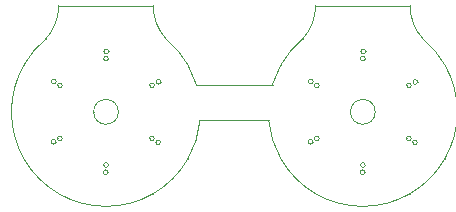
<source format=gm1>
%FSDAX66Y66*%
%MOMM*%
%SFA1B1*%

%IPPOS*%
%ADD16C,0.100000*%
%LNpcb1-1*%
%LPD*%
G54D16*
X-000067444797Y-000073927995D02*
D01*
D01*
G75*
G03X-000066403397Y-000070625284I-6929166J4000425D01*
G74*G01*
X-000056622188Y-000076856183D02*
D01*
D01*
G75*
G03X-000052622196Y-000077927987I4000015J6928238D01*
G74*G01*
D01*
D01*
G75*
G03X-000048622178Y-000076856183I5J7999958D01*
G74*G01*
D01*
D01*
G75*
G03X-000045693990Y-000073927995I-3999999J6928200D01*
G74*G01*
D01*
D01*
G75*
G03Y-000065927986I-6928199J4000000D01*
G74*G01*
X-000048622178Y-000060927996D02*
D01*
D01*
G75*
G03X-000047513875Y-000063771297I4201371J13D01*
G74*G01*
X-000045693990Y-000065927986D02*
D01*
D01*
G75*
G03X-000047513875Y-000063771297I-6927755J-3999687D01*
G74*G01*
X-000057730491D02*
D01*
D01*
G75*
G03X-000059550376Y-000065927986I5108682J-6157085D01*
G74*G01*
D01*
D01*
G75*
G03X-000060270186Y-000067580891I6931831J-4001831D01*
G74*G01*
X-000060591776Y-000070625284D02*
D01*
D01*
G75*
G03X-000059550376Y-000073927995I7968564J697094D01*
G74*G01*
D01*
D01*
G75*
G03X-000056622188Y-000076856183I6928200J4000000D01*
G74*G01*
X-000051572185Y-000069927978D02*
D01*
D01*
G75*
G03X-000053672181I-1049999J0D01*
G74*G01*
D01*
G75*
G03X-000051572185I1050000J0D01*
G74*G01*
X-000056860998Y-000072461983D02*
D01*
D01*
G75*
G03X-000057260998I-199999J0D01*
G74*G01*
D01*
G75*
G03X-000056860998I199999J0D01*
G74*G01*
X-000056319293Y-000072177986D02*
D01*
D01*
G75*
G03X-000056719292I-199999J0D01*
G74*G01*
D01*
G75*
G03X-000056319293I200000J0D01*
G74*G01*
X-000052446986Y-000075039093D02*
D01*
D01*
G75*
G03X-000052846986I-199999J0D01*
G74*G01*
D01*
G75*
G03X-000052446986I199999J0D01*
G74*G01*
X-000052422196Y-000074427994D02*
D01*
D01*
G75*
G03X-000052822195I-199999J0D01*
G74*G01*
D01*
G75*
G03X-000052422196I199999J0D01*
G74*G01*
X-000048008286Y-000072505087D02*
D01*
D01*
G75*
G03X-000048408285I-200000J0D01*
G74*G01*
D01*
G75*
G03X-000048008286I199999J0D01*
G74*G01*
X-000048525099Y-000072177986D02*
D01*
D01*
G75*
G03X-000048925099I-199999J0D01*
G74*G01*
D01*
G75*
G03X-000048525099I200000J0D01*
G74*G01*
X-000047983394Y-000067393997D02*
D01*
D01*
G75*
G03X-000048383393I-199999J0D01*
G74*G01*
D01*
G75*
G03X-000047983394I200000J0D01*
G74*G01*
X-000048525099Y-000067677995D02*
D01*
D01*
G75*
G03X-000048925099I-199999J0D01*
G74*G01*
D01*
G75*
G03X-000048525099I200000J0D01*
G74*G01*
X-000052422196Y-000065427987D02*
D01*
D01*
G75*
G03X-000052822195I-199999J0D01*
G74*G01*
D01*
G75*
G03X-000052422196I199999J0D01*
G74*G01*
X-000052397380Y-000064816888D02*
D01*
D01*
G75*
G03X-000052797379I-199999J0D01*
G74*G01*
D01*
G75*
G03X-000052397380I200000J0D01*
G74*G01*
X-000056836081Y-000067350894D02*
D01*
D01*
G75*
G03X-000057236080I-199999J0D01*
G74*G01*
D01*
G75*
G03X-000056836081I199999J0D01*
G74*G01*
X-000056319293Y-000067677995D02*
D01*
D01*
G75*
G03X-000056719292I-199999J0D01*
G74*G01*
D01*
G75*
G03X-000056319293I200000J0D01*
G74*G01*
X-000057730491Y-000063771297D02*
D01*
D01*
G75*
G03X-000056622188Y-000060927996I-3092938J2843261D01*
G74*G01*
X-000048525099Y-000072177986D02*
D01*
D01*
G75*
G03X-000048925099I-199999J0D01*
G74*G01*
D01*
G75*
G03X-000048525099I200000J0D01*
G74*G01*
X-000048008286Y-000072505087D02*
D01*
D01*
G75*
G03X-000048408285I-200000J0D01*
G74*G01*
D01*
G75*
G03X-000048008286I199999J0D01*
G74*G01*
X-000052446986Y-000075039093D02*
D01*
D01*
G75*
G03X-000052846986I-199999J0D01*
G74*G01*
D01*
G75*
G03X-000052446986I199999J0D01*
G74*G01*
X-000052422196Y-000074427994D02*
D01*
D01*
G75*
G03X-000052822195I-199999J0D01*
G74*G01*
D01*
G75*
G03X-000052422196I199999J0D01*
G74*G01*
X-000056319293Y-000072177986D02*
D01*
D01*
G75*
G03X-000056719292I-199999J0D01*
G74*G01*
D01*
G75*
G03X-000056319293I200000J0D01*
G74*G01*
X-000056860998Y-000072461983D02*
D01*
D01*
G75*
G03X-000057260998I-199999J0D01*
G74*G01*
D01*
G75*
G03X-000056860998I199999J0D01*
G74*G01*
X-000078611780D02*
D01*
D01*
G75*
G03X-000079011780I-199999J0D01*
G74*G01*
D01*
G75*
G03X-000078611780I199999J0D01*
G74*G01*
X-000078070075Y-000072177986D02*
D01*
D01*
G75*
G03X-000078470099I-199999J0D01*
G74*G01*
D01*
G75*
G03X-000078070075I199999J0D01*
G74*G01*
X-000074172978Y-000074427994D02*
D01*
D01*
G75*
G03X-000074572977I-199999J0D01*
G74*G01*
D01*
G75*
G03X-000074172978I199999J0D01*
G74*G01*
X-000074197794Y-000075039093D02*
D01*
D01*
G75*
G03X-000074597793I-199999J0D01*
G74*G01*
D01*
G75*
G03X-000074197794I199999J0D01*
G74*G01*
X-000069759093Y-000072505087D02*
D01*
D01*
G75*
G03X-000070159092I-199999J0D01*
G74*G01*
D01*
G75*
G03X-000069759093I199999J0D01*
G74*G01*
X-000070275881Y-000072177986D02*
D01*
D01*
G75*
G03X-000070675881I-199999J0D01*
G74*G01*
D01*
G75*
G03X-000070275881I199999J0D01*
G74*G01*
X-000079481299Y-000063771297D02*
D01*
D01*
G75*
G03X-000078372995Y-000060927996I-3092938J2843261D01*
G74*G01*
X-000078070075Y-000067677995D02*
D01*
D01*
G75*
G03X-000078470099I-199999J0D01*
G74*G01*
D01*
G75*
G03X-000078070075I199999J0D01*
G74*G01*
X-000078586888Y-000067350894D02*
D01*
D01*
G75*
G03X-000078986888I-199999J0D01*
G74*G01*
D01*
G75*
G03X-000078586888I199999J0D01*
G74*G01*
X-000074148188Y-000064816888D02*
D01*
D01*
G75*
G03X-000074548187I-199999J0D01*
G74*G01*
D01*
G75*
G03X-000074148188I199999J0D01*
G74*G01*
X-000074172978Y-000065427987D02*
D01*
D01*
G75*
G03X-000074572977I-199999J0D01*
G74*G01*
D01*
G75*
G03X-000074172978I199999J0D01*
G74*G01*
X-000070275881Y-000067677995D02*
D01*
D01*
G75*
G03X-000070675881I-199999J0D01*
G74*G01*
D01*
G75*
G03X-000070275881I199999J0D01*
G74*G01*
X-000069734176Y-000067393997D02*
D01*
D01*
G75*
G03X-000070134175I-199999J0D01*
G74*G01*
D01*
G75*
G03X-000069734176I199999J0D01*
G74*G01*
X-000070275881Y-000072177986D02*
D01*
D01*
G75*
G03X-000070675881I-199999J0D01*
G74*G01*
D01*
G75*
G03X-000070275881I199999J0D01*
G74*G01*
X-000069759093Y-000072505087D02*
D01*
D01*
G75*
G03X-000070159092I-199999J0D01*
G74*G01*
D01*
G75*
G03X-000069759093I199999J0D01*
G74*G01*
X-000074172978Y-000074427994D02*
D01*
D01*
G75*
G03X-000074572977I-199999J0D01*
G74*G01*
D01*
G75*
G03X-000074172978I199999J0D01*
G74*G01*
X-000074197794Y-000075039093D02*
D01*
D01*
G75*
G03X-000074597793I-199999J0D01*
G74*G01*
D01*
G75*
G03X-000074197794I199999J0D01*
G74*G01*
X-000078070075Y-000072177986D02*
D01*
D01*
G75*
G03X-000078470099I-199999J0D01*
G74*G01*
D01*
G75*
G03X-000078070075I199999J0D01*
G74*G01*
X-000078611780Y-000072461983D02*
D01*
D01*
G75*
G03X-000079011780I-199999J0D01*
G74*G01*
D01*
G75*
G03X-000078611780I199999J0D01*
G74*G01*
X-000073322992Y-000069927978D02*
D01*
D01*
G75*
G03X-000075422988I-1050000J0D01*
G74*G01*
D01*
G75*
G03X-000073322992I1050000J0D01*
G74*G01*
X-000081301183Y-000073927995D02*
D01*
D01*
G75*
G03X-000078372995Y-000076856183I6928199J4000000D01*
G74*G01*
X-000082372987Y-000069927978D02*
D01*
D01*
G75*
G03X-000081301183Y-000073927995I7999958J-5D01*
G74*G01*
Y-000065927986D02*
D01*
D01*
G75*
G03X-000082372987Y-000069927978I6928238J-4000015D01*
G74*G01*
X-000079481299Y-000063771297D02*
D01*
D01*
G75*
G03X-000081301183Y-000065927986I5108682J-6157085D01*
G74*G01*
X-000067444797D02*
D01*
D01*
G75*
G03X-000069264682Y-000063771297I-6927755J-3999687D01*
G74*G01*
X-000070372986Y-000060927996D02*
D01*
D01*
G75*
G03X-000069264682Y-000063771297I4201371J13D01*
G74*G01*
X-000066702381Y-000067655897D02*
D01*
D01*
G75*
G03X-000067444797Y-000065927986I-7668105J-2271198D01*
G74*G01*
X-000070372986Y-000076856183D02*
D01*
D01*
G75*
G03X-000067444797Y-000073927995I-4000000J6928200D01*
G74*G01*
X-000074372978Y-000077927987D02*
D01*
D01*
G75*
G03X-000070372986Y-000076856183I5J7999958D01*
G74*G01*
X-000078372995D02*
D01*
D01*
G75*
G03X-000074372978Y-000077927987I4000015J6928238D01*
G74*G01*
X-000066719297Y-000067629582D02*
X-000060270085Y-000067624985D01*
X-000066403397Y-000070625284D02*
X-000060591776D01*
X-000056622188Y-000060927996D02*
X-000048622178D01*
X-000078372995D02*
X-000070372986D01*
M02*
</source>
